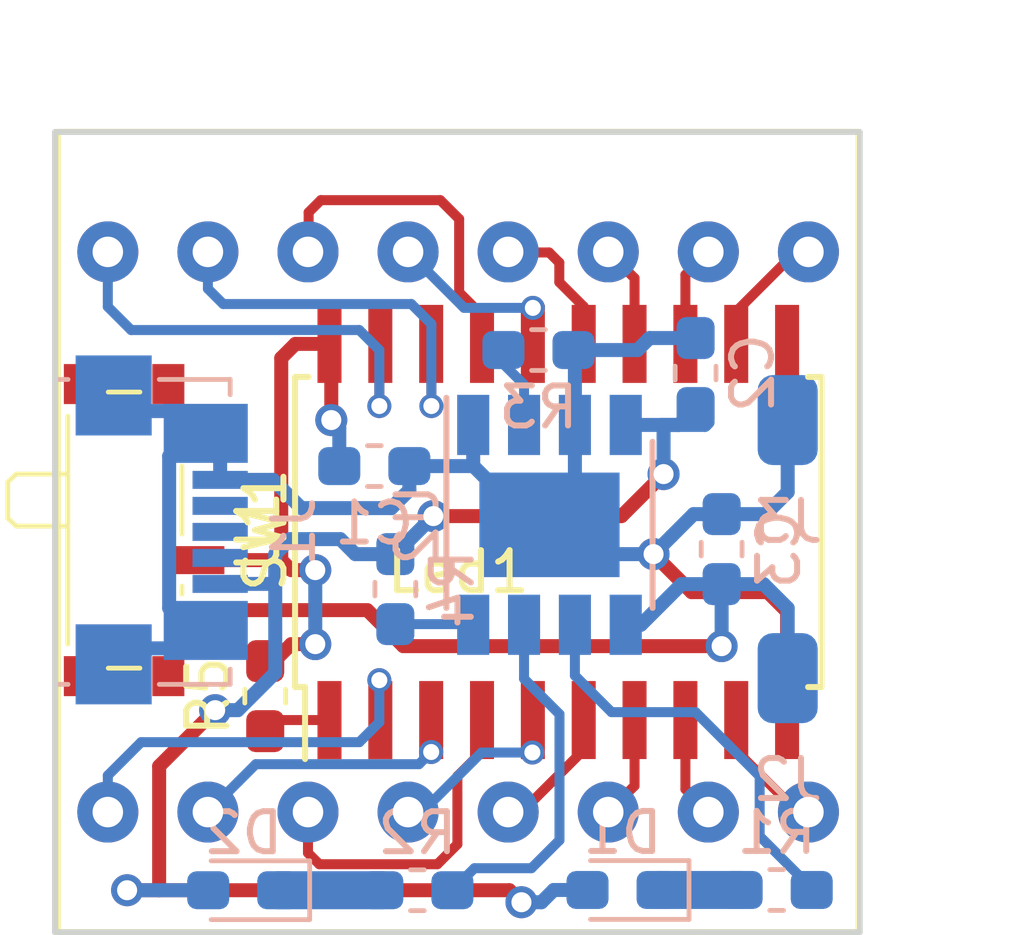
<source format=kicad_pcb>
(kicad_pcb (version 20171130) (host pcbnew 5.1.6-c6e7f7d~87~ubuntu19.10.1)

  (general
    (thickness 1.6)
    (drawings 10)
    (tracks 205)
    (zones 0)
    (modules 17)
    (nets 28)
  )

  (page User 152.4 127)
  (layers
    (0 F.Cu signal)
    (31 B.Cu signal)
    (32 B.Adhes user hide)
    (33 F.Adhes user hide)
    (34 B.Paste user hide)
    (35 F.Paste user hide)
    (36 B.SilkS user)
    (37 F.SilkS user hide)
    (38 B.Mask user)
    (39 F.Mask user)
    (40 Dwgs.User user)
    (41 Cmts.User user)
    (42 Eco1.User user hide)
    (43 Eco2.User user hide)
    (44 Edge.Cuts user)
    (45 Margin user hide)
    (46 B.CrtYd user hide)
    (47 F.CrtYd user hide)
    (48 B.Fab user hide)
    (49 F.Fab user hide)
  )

  (setup
    (last_trace_width 0.25)
    (trace_clearance 0.2)
    (zone_clearance 0.508)
    (zone_45_only no)
    (trace_min 0.2)
    (via_size 0.6)
    (via_drill 0.4)
    (via_min_size 0.4)
    (via_min_drill 0.3)
    (uvia_size 0.3)
    (uvia_drill 0.1)
    (uvias_allowed no)
    (uvia_min_size 0.2)
    (uvia_min_drill 0.1)
    (edge_width 0.15)
    (segment_width 0.2)
    (pcb_text_width 0.3)
    (pcb_text_size 1.5 1.5)
    (mod_edge_width 0.15)
    (mod_text_size 1 1)
    (mod_text_width 0.15)
    (pad_size 1.175 1.9)
    (pad_drill 0)
    (pad_to_mask_clearance 0.2)
    (aux_axis_origin 0 0)
    (grid_origin 90.7796 46.2534)
    (visible_elements FFF9FF1F)
    (pcbplotparams
      (layerselection 0x010f0_ffffffff)
      (usegerberextensions false)
      (usegerberattributes false)
      (usegerberadvancedattributes false)
      (creategerberjobfile false)
      (excludeedgelayer true)
      (linewidth 0.100000)
      (plotframeref false)
      (viasonmask false)
      (mode 1)
      (useauxorigin false)
      (hpglpennumber 1)
      (hpglpenspeed 20)
      (hpglpendiameter 15.000000)
      (psnegative false)
      (psa4output false)
      (plotreference true)
      (plotvalue true)
      (plotinvisibletext false)
      (padsonsilk false)
      (subtractmaskfromsilk false)
      (outputformat 1)
      (mirror false)
      (drillshape 0)
      (scaleselection 1)
      (outputdirectory "../gerbers_attiny2313a/"))
  )

  (net 0 "")
  (net 1 GND)
  (net 2 +5V)
  (net 3 +BATT)
  (net 4 PD0_Col1)
  (net 5 PD1_Row5)
  (net 6 PA1_Row3)
  (net 7 PA0_Col4)
  (net 8 PD2_Row8)
  (net 9 PD3_Col2)
  (net 10 PD4_Row2)
  (net 11 PD5_Row1)
  (net 12 PB0_Col5)
  (net 13 PB1_Col7)
  (net 14 PB2_Row7)
  (net 15 PB3_Row6)
  (net 16 PB4_Col8)
  (net 17 PB5_Row4)
  (net 18 PB6_Col6)
  (net 19 PB7_Col3)
  (net 20 Stdby)
  (net 21 Chrg)
  (net 22 "Net-(R3-Pad1)")
  (net 23 VCC)
  (net 24 "Net-(D1-Pad1)")
  (net 25 "Net-(D2-Pad1)")
  (net 26 "Net-(R5-Pad1)")
  (net 27 "Net-(R4-Pad1)")

  (net_class Default "This is the default net class."
    (clearance 0.2)
    (trace_width 0.25)
    (via_dia 0.6)
    (via_drill 0.4)
    (uvia_dia 0.3)
    (uvia_drill 0.1)
    (add_net Chrg)
    (add_net "Net-(D1-Pad1)")
    (add_net "Net-(D2-Pad1)")
    (add_net "Net-(R3-Pad1)")
    (add_net "Net-(R4-Pad1)")
    (add_net "Net-(R5-Pad1)")
    (add_net Stdby)
  )

  (net_class Pins ""
    (clearance 0.2)
    (trace_width 0.25)
    (via_dia 0.6)
    (via_drill 0.4)
    (uvia_dia 0.3)
    (uvia_drill 0.1)
    (add_net PA0_Col4)
    (add_net PA1_Row3)
    (add_net PB0_Col5)
    (add_net PB1_Col7)
    (add_net PB2_Row7)
    (add_net PB3_Row6)
    (add_net PB4_Col8)
    (add_net PB5_Row4)
    (add_net PB6_Col6)
    (add_net PB7_Col3)
    (add_net PD0_Col1)
    (add_net PD1_Row5)
    (add_net PD2_Row8)
    (add_net PD3_Col2)
    (add_net PD4_Row2)
    (add_net PD5_Row1)
  )

  (net_class Power ""
    (clearance 0.2)
    (trace_width 0.35)
    (via_dia 0.8)
    (via_drill 0.5)
    (uvia_dia 0.3)
    (uvia_drill 0.1)
    (add_net +5V)
    (add_net +BATT)
    (add_net GND)
    (add_net VCC)
  )

  (module Resistor_SMD:R_0603_1608Metric_Pad1.05x0.95mm_HandSolder (layer F.Cu) (tedit 5B301BBD) (tstamp 5B9894D2)
    (at 72.0296 50.1534 90)
    (descr "Resistor SMD 0603 (1608 Metric), square (rectangular) end terminal, IPC_7351 nominal with elongated pad for handsoldering. (Body size source: http://www.tortai-tech.com/upload/download/2011102023233369053.pdf), generated with kicad-footprint-generator")
    (tags "resistor handsolder")
    (path /5B8D5E03)
    (attr smd)
    (fp_text reference R5 (at 0 -1.43 90) (layer F.SilkS)
      (effects (font (size 1 1) (thickness 0.15)))
    )
    (fp_text value 1K (at 0 1.43 90) (layer F.Fab)
      (effects (font (size 1 1) (thickness 0.15)))
    )
    (fp_line (start 1.65 0.73) (end -1.65 0.73) (layer F.CrtYd) (width 0.05))
    (fp_line (start 1.65 -0.73) (end 1.65 0.73) (layer F.CrtYd) (width 0.05))
    (fp_line (start -1.65 -0.73) (end 1.65 -0.73) (layer F.CrtYd) (width 0.05))
    (fp_line (start -1.65 0.73) (end -1.65 -0.73) (layer F.CrtYd) (width 0.05))
    (fp_line (start -0.171267 0.51) (end 0.171267 0.51) (layer F.SilkS) (width 0.12))
    (fp_line (start -0.171267 -0.51) (end 0.171267 -0.51) (layer F.SilkS) (width 0.12))
    (fp_line (start 0.8 0.4) (end -0.8 0.4) (layer F.Fab) (width 0.1))
    (fp_line (start 0.8 -0.4) (end 0.8 0.4) (layer F.Fab) (width 0.1))
    (fp_line (start -0.8 -0.4) (end 0.8 -0.4) (layer F.Fab) (width 0.1))
    (fp_line (start -0.8 0.4) (end -0.8 -0.4) (layer F.Fab) (width 0.1))
    (fp_text user %R (at 0 0 90) (layer F.Fab)
      (effects (font (size 0.4 0.4) (thickness 0.06)))
    )
    (pad 2 smd roundrect (at 0.875 0 90) (size 1.05 0.95) (layers F.Cu F.Paste F.Mask) (roundrect_rratio 0.25)
      (net 23 VCC))
    (pad 1 smd roundrect (at -0.875 0 90) (size 1.05 0.95) (layers F.Cu F.Paste F.Mask) (roundrect_rratio 0.25)
      (net 26 "Net-(R5-Pad1)"))
    (model ${KISYS3DMOD}/Resistor_SMD.3dshapes/R_0603_1608Metric.wrl
      (at (xyz 0 0 0))
      (scale (xyz 1 1 1))
      (rotate (xyz 0 0 0))
    )
  )

  (module Connector_Wire:SolderWirePad_1x01_SMD_1x2mm (layer B.Cu) (tedit 5F9FFDBA) (tstamp 5FA0997F)
    (at 85.0796 43.2534)
    (descr "Wire Pad, Square, SMD Pad,  5mm x 10mm,")
    (tags "MesurementPoint Square SMDPad 5mmx10mm ")
    (path /5FA7FD3F)
    (attr virtual)
    (fp_text reference J3 (at 0 2.54 180) (layer B.SilkS)
      (effects (font (size 1 1) (thickness 0.15)) (justify mirror))
    )
    (fp_text value GND (at 0 -2.54 180) (layer B.Fab)
      (effects (font (size 1 1) (thickness 0.15)) (justify mirror))
    )
    (fp_line (start -0.63 -1.27) (end -0.63 1.27) (layer B.Fab) (width 0.1))
    (fp_line (start 0.63 -1.27) (end -0.63 -1.27) (layer B.Fab) (width 0.1))
    (fp_line (start 0.63 1.27) (end 0.63 -1.27) (layer B.Fab) (width 0.1))
    (fp_line (start -0.63 1.27) (end 0.63 1.27) (layer B.Fab) (width 0.1))
    (fp_line (start -0.63 1.27) (end -0.63 -1.27) (layer B.CrtYd) (width 0.05))
    (fp_line (start -0.63 -1.27) (end 0.63 -1.27) (layer B.CrtYd) (width 0.05))
    (fp_line (start 0.63 -1.27) (end 0.63 1.27) (layer B.CrtYd) (width 0.05))
    (fp_line (start 0.63 1.27) (end -0.63 1.27) (layer B.CrtYd) (width 0.05))
    (fp_text user %R (at 0 0 180) (layer B.Fab)
      (effects (font (size 1 1) (thickness 0.15)) (justify mirror))
    )
    (pad 1 smd roundrect (at 0 0) (size 1.5 2.25) (layers B.Cu B.Paste B.Mask) (roundrect_rratio 0.25)
      (net 1 GND))
  )

  (module Connector_Wire:SolderWirePad_1x01_SMD_1x2mm (layer B.Cu) (tedit 5F9FFDAB) (tstamp 5FA09975)
    (at 85.0796 49.7034)
    (descr "Wire Pad, Square, SMD Pad,  5mm x 10mm,")
    (tags "MesurementPoint Square SMDPad 5mmx10mm ")
    (path /5FA7F83C)
    (attr virtual)
    (fp_text reference J2 (at 0 2.54) (layer B.SilkS)
      (effects (font (size 1 1) (thickness 0.15)) (justify mirror))
    )
    (fp_text value VBAT (at 0 -2.54) (layer B.Fab)
      (effects (font (size 1 1) (thickness 0.15)) (justify mirror))
    )
    (fp_line (start -0.63 -1.27) (end -0.63 1.27) (layer B.Fab) (width 0.1))
    (fp_line (start 0.63 -1.27) (end -0.63 -1.27) (layer B.Fab) (width 0.1))
    (fp_line (start 0.63 1.27) (end 0.63 -1.27) (layer B.Fab) (width 0.1))
    (fp_line (start -0.63 1.27) (end 0.63 1.27) (layer B.Fab) (width 0.1))
    (fp_line (start -0.63 1.27) (end -0.63 -1.27) (layer B.CrtYd) (width 0.05))
    (fp_line (start -0.63 -1.27) (end 0.63 -1.27) (layer B.CrtYd) (width 0.05))
    (fp_line (start 0.63 -1.27) (end 0.63 1.27) (layer B.CrtYd) (width 0.05))
    (fp_line (start 0.63 1.27) (end -0.63 1.27) (layer B.CrtYd) (width 0.05))
    (fp_text user %R (at 0 0) (layer B.Fab)
      (effects (font (size 1 1) (thickness 0.15)) (justify mirror))
    )
    (pad 1 smd roundrect (at 0 0) (size 1.5 2.25) (layers B.Cu B.Paste B.Mask) (roundrect_rratio 0.25)
      (net 3 +BATT))
  )

  (module Capacitor_SMD:C_0603_1608Metric_Pad1.05x0.95mm_HandSolder (layer B.Cu) (tedit 5B301BBE) (tstamp 5FA01216)
    (at 82.7796 42.0784 90)
    (descr "Capacitor SMD 0603 (1608 Metric), square (rectangular) end terminal, IPC_7351 nominal with elongated pad for handsoldering. (Body size source: http://www.tortai-tech.com/upload/download/2011102023233369053.pdf), generated with kicad-footprint-generator")
    (tags "capacitor handsolder")
    (path /5FA1249D)
    (attr smd)
    (fp_text reference C2 (at 0 1.43 270) (layer B.SilkS)
      (effects (font (size 1 1) (thickness 0.15)) (justify mirror))
    )
    (fp_text value 10uF (at 0 -1.43 270) (layer B.Fab)
      (effects (font (size 1 1) (thickness 0.15)) (justify mirror))
    )
    (fp_line (start 1.65 -0.73) (end -1.65 -0.73) (layer B.CrtYd) (width 0.05))
    (fp_line (start 1.65 0.73) (end 1.65 -0.73) (layer B.CrtYd) (width 0.05))
    (fp_line (start -1.65 0.73) (end 1.65 0.73) (layer B.CrtYd) (width 0.05))
    (fp_line (start -1.65 -0.73) (end -1.65 0.73) (layer B.CrtYd) (width 0.05))
    (fp_line (start -0.171267 -0.51) (end 0.171267 -0.51) (layer B.SilkS) (width 0.12))
    (fp_line (start -0.171267 0.51) (end 0.171267 0.51) (layer B.SilkS) (width 0.12))
    (fp_line (start 0.8 -0.4) (end -0.8 -0.4) (layer B.Fab) (width 0.1))
    (fp_line (start 0.8 0.4) (end 0.8 -0.4) (layer B.Fab) (width 0.1))
    (fp_line (start -0.8 0.4) (end 0.8 0.4) (layer B.Fab) (width 0.1))
    (fp_line (start -0.8 -0.4) (end -0.8 0.4) (layer B.Fab) (width 0.1))
    (fp_text user %R (at 0 0 270) (layer B.Fab)
      (effects (font (size 0.4 0.4) (thickness 0.06)) (justify mirror))
    )
    (pad 2 smd roundrect (at 0.875 0 90) (size 1.05 0.95) (layers B.Cu B.Paste B.Mask) (roundrect_rratio 0.25)
      (net 1 GND))
    (pad 1 smd roundrect (at -0.875 0 90) (size 1.05 0.95) (layers B.Cu B.Paste B.Mask) (roundrect_rratio 0.25)
      (net 2 +5V))
    (model ${KISYS3DMOD}/Capacitor_SMD.3dshapes/C_0603_1608Metric.wrl
      (at (xyz 0 0 0))
      (scale (xyz 1 1 1))
      (rotate (xyz 0 0 0))
    )
  )

  (module Package_SO:Diodes_SO-8EP (layer B.Cu) (tedit 5B8826E6) (tstamp 5B98818C)
    (at 79.1296 45.8724 270)
    (descr "8-Lead Plastic SO, Exposed Die Pad (see https://www.diodes.com/assets/Package-Files/SO-8EP.pdf)")
    (tags "SO exposed pad")
    (path /59CFFF5D)
    (attr smd)
    (fp_text reference U2 (at 0 3.3 90) (layer B.SilkS)
      (effects (font (size 1 1) (thickness 0.15)) (justify mirror))
    )
    (fp_text value TP4056 (at 0 -3.4 90) (layer B.Fab)
      (effects (font (size 1 1) (thickness 0.15)) (justify mirror))
    )
    (fp_line (start -2.075 -2.575) (end 2.075 -2.575) (layer B.SilkS) (width 0.15))
    (fp_line (start -3.175 2.575) (end 2.075 2.575) (layer B.SilkS) (width 0.15))
    (fp_line (start -3.5 -2.55) (end 3.5 -2.55) (layer B.CrtYd) (width 0.05))
    (fp_line (start -3.5 2.55) (end 3.5 2.55) (layer B.CrtYd) (width 0.05))
    (fp_line (start 3.5 2.55) (end 3.5 -2.55) (layer B.CrtYd) (width 0.05))
    (fp_line (start -3.5 2.55) (end -3.5 -2.55) (layer B.CrtYd) (width 0.05))
    (fp_line (start -1.95 1.45) (end -0.95 2.45) (layer B.Fab) (width 0.15))
    (fp_line (start -1.95 -2.45) (end -1.95 1.45) (layer B.Fab) (width 0.15))
    (fp_line (start 1.95 -2.45) (end -1.95 -2.45) (layer B.Fab) (width 0.15))
    (fp_line (start 1.95 2.45) (end 1.95 -2.45) (layer B.Fab) (width 0.15))
    (fp_line (start -0.95 2.45) (end 1.95 2.45) (layer B.Fab) (width 0.15))
    (fp_text user %R (at 0 0 90) (layer B.Fab)
      (effects (font (size 1 1) (thickness 0.15)) (justify mirror))
    )
    (pad 9 smd rect (at 0 0 270) (size 2.613 3.502) (layers B.Cu B.Paste B.Mask)
      (net 1 GND) (solder_paste_margin_ratio -0.2))
    (pad 8 smd rect (at 2.4975 1.905 270) (size 1.505 0.802) (layers B.Cu B.Paste B.Mask)
      (net 27 "Net-(R4-Pad1)"))
    (pad 7 smd rect (at 2.4975 0.635 270) (size 1.505 0.802) (layers B.Cu B.Paste B.Mask)
      (net 21 Chrg))
    (pad 6 smd rect (at 2.4975 -0.635 270) (size 1.505 0.802) (layers B.Cu B.Paste B.Mask)
      (net 20 Stdby))
    (pad 5 smd rect (at 2.4975 -1.905 270) (size 1.505 0.802) (layers B.Cu B.Paste B.Mask)
      (net 3 +BATT))
    (pad 4 smd rect (at -2.4975 -1.905 270) (size 1.505 0.802) (layers B.Cu B.Paste B.Mask)
      (net 2 +5V))
    (pad 3 smd rect (at -2.4975 -0.635 270) (size 1.505 0.802) (layers B.Cu B.Paste B.Mask)
      (net 1 GND))
    (pad 2 smd rect (at -2.4975 0.635 270) (size 1.505 0.802) (layers B.Cu B.Paste B.Mask)
      (net 22 "Net-(R3-Pad1)"))
    (pad 1 smd rect (at -2.4975 1.905 270) (size 1.505 0.802) (layers B.Cu B.Paste B.Mask)
      (net 1 GND))
    (model ${KISYS3DMOD}/Package_SO.3dshapes/Diodes_SO-8EP.wrl
      (at (xyz 0 0 0))
      (scale (xyz 1 1 1))
      (rotate (xyz 0 0 0))
    )
  )

  (module led_matrix:ASR788 locked (layer F.Cu) (tedit 5978C208) (tstamp 59CB837A)
    (at 76.8477 46.0502)
    (path /5B11DEBA)
    (fp_text reference Led1 (at 0 1) (layer F.SilkS)
      (effects (font (size 1 1) (thickness 0.15)))
    )
    (fp_text value 788ASR_A (at 0 -0.9) (layer F.Fab)
      (effects (font (size 1 1) (thickness 0.15)))
    )
    (fp_circle (center 4.3 -3.2) (end 5.1 -3.2) (layer Dwgs.User) (width 0.1))
    (fp_line (start 6 10) (end -10 10) (layer F.SilkS) (width 0.15))
    (fp_line (start -10 10) (end -10 -10) (layer F.SilkS) (width 0.15))
    (fp_line (start -10 -10) (end 10 -10) (layer F.SilkS) (width 0.15))
    (fp_line (start 10 -10) (end 10 10) (layer F.SilkS) (width 0.15))
    (fp_line (start 10 10) (end 6 10) (layer F.SilkS) (width 0.15))
    (pad 1 thru_hole circle (at -8.75 7) (size 1.524 1.524) (drill 0.762) (layers *.Cu *.Mask)
      (net 4 PD0_Col1))
    (pad 2 thru_hole circle (at -6.25 7) (size 1.524 1.524) (drill 0.762) (layers *.Cu *.Mask)
      (net 5 PD1_Row5))
    (pad 3 thru_hole circle (at -3.75 7) (size 1.524 1.524) (drill 0.762) (layers *.Cu *.Mask)
      (net 6 PA1_Row3))
    (pad 4 thru_hole circle (at -1.25 7) (size 1.524 1.524) (drill 0.762) (layers *.Cu *.Mask)
      (net 7 PA0_Col4))
    (pad 5 thru_hole circle (at 1.25 7) (size 1.524 1.524) (drill 0.762) (layers *.Cu *.Mask)
      (net 8 PD2_Row8))
    (pad 6 thru_hole circle (at 3.75 7) (size 1.524 1.524) (drill 0.762) (layers *.Cu *.Mask)
      (net 9 PD3_Col2))
    (pad 7 thru_hole circle (at 6.25 7) (size 1.524 1.524) (drill 0.762) (layers *.Cu *.Mask)
      (net 10 PD4_Row2))
    (pad 8 thru_hole circle (at 8.75 7) (size 1.524 1.524) (drill 0.762) (layers *.Cu *.Mask)
      (net 11 PD5_Row1))
    (pad 9 thru_hole circle (at 8.75 -7) (size 1.524 1.524) (drill 0.762) (layers *.Cu *.Mask)
      (net 12 PB0_Col5))
    (pad 10 thru_hole circle (at 6.25 -7) (size 1.524 1.524) (drill 0.762) (layers *.Cu *.Mask)
      (net 13 PB1_Col7))
    (pad 11 thru_hole circle (at 3.75 -7) (size 1.524 1.524) (drill 0.762) (layers *.Cu *.Mask)
      (net 14 PB2_Row7))
    (pad 12 thru_hole circle (at 1.25 -7) (size 1.524 1.524) (drill 0.762) (layers *.Cu *.Mask)
      (net 15 PB3_Row6))
    (pad 13 thru_hole circle (at -1.25 -7) (size 1.524 1.524) (drill 0.762) (layers *.Cu *.Mask)
      (net 16 PB4_Col8))
    (pad 14 thru_hole circle (at -3.75 -7) (size 1.524 1.524) (drill 0.762) (layers *.Cu *.Mask)
      (net 17 PB5_Row4))
    (pad 15 thru_hole circle (at -6.25 -7) (size 1.524 1.524) (drill 0.762) (layers *.Cu *.Mask)
      (net 18 PB6_Col6))
    (pad 16 thru_hole circle (at -8.75 -7) (size 1.524 1.524) (drill 0.762) (layers *.Cu *.Mask)
      (net 19 PB7_Col3))
  )

  (module Buttons_Switches_SMD:SW_SPDT_PCM12 (layer F.Cu) (tedit 5FA03A3A) (tstamp 59D02ACA)
    (at 68.8296 46.0034 270)
    (descr "Ultraminiature Surface Mount Slide Switch")
    (path /59CF74A3)
    (attr smd)
    (fp_text reference SW1 (at 0 -3.2 270) (layer F.SilkS)
      (effects (font (size 1 1) (thickness 0.15)))
    )
    (fp_text value SW_SPDT (at 0 4.25 270) (layer F.Fab)
      (effects (font (size 1 1) (thickness 0.15)))
    )
    (fp_line (start -1.4 1.65) (end -1.4 2.95) (layer F.Fab) (width 0.1))
    (fp_line (start -1.4 2.95) (end -1.2 3.15) (layer F.Fab) (width 0.1))
    (fp_line (start -1.2 3.15) (end -0.35 3.15) (layer F.Fab) (width 0.1))
    (fp_line (start -0.35 3.15) (end -0.15 2.95) (layer F.Fab) (width 0.1))
    (fp_line (start -0.15 2.95) (end -0.1 2.9) (layer F.Fab) (width 0.1))
    (fp_line (start -0.1 2.9) (end -0.1 1.6) (layer F.Fab) (width 0.1))
    (fp_line (start -3.35 -1) (end -3.35 1.6) (layer F.Fab) (width 0.1))
    (fp_line (start -3.35 1.6) (end 3.35 1.6) (layer F.Fab) (width 0.1))
    (fp_line (start 3.35 1.6) (end 3.35 -1) (layer F.Fab) (width 0.1))
    (fp_line (start 3.35 -1) (end -3.35 -1) (layer F.Fab) (width 0.1))
    (fp_line (start 1.4 -1.12) (end 1.6 -1.12) (layer F.SilkS) (width 0.12))
    (fp_line (start -4.4 -2.45) (end 4.4 -2.45) (layer F.CrtYd) (width 0.05))
    (fp_line (start 4.4 -2.45) (end 4.4 2.1) (layer F.CrtYd) (width 0.05))
    (fp_line (start 4.4 2.1) (end 1.65 2.1) (layer F.CrtYd) (width 0.05))
    (fp_line (start 1.65 2.1) (end 1.65 3.4) (layer F.CrtYd) (width 0.05))
    (fp_line (start 1.65 3.4) (end -1.65 3.4) (layer F.CrtYd) (width 0.05))
    (fp_line (start -1.65 3.4) (end -1.65 2.1) (layer F.CrtYd) (width 0.05))
    (fp_line (start -1.65 2.1) (end -4.4 2.1) (layer F.CrtYd) (width 0.05))
    (fp_line (start -4.4 2.1) (end -4.4 -2.45) (layer F.CrtYd) (width 0.05))
    (fp_line (start -1.4 3.02) (end -1.2 3.23) (layer F.SilkS) (width 0.12))
    (fp_line (start -0.1 3.02) (end -0.3 3.23) (layer F.SilkS) (width 0.12))
    (fp_line (start -1.4 1.73) (end -1.4 3.02) (layer F.SilkS) (width 0.12))
    (fp_line (start -1.2 3.23) (end -0.3 3.23) (layer F.SilkS) (width 0.12))
    (fp_line (start -0.1 3.02) (end -0.1 1.73) (layer F.SilkS) (width 0.12))
    (fp_line (start -2.85 1.73) (end 2.85 1.73) (layer F.SilkS) (width 0.12))
    (fp_line (start -1.6 -1.12) (end 0.1 -1.12) (layer F.SilkS) (width 0.12))
    (fp_line (start -3.45 -0.07) (end -3.45 0.72) (layer F.SilkS) (width 0.12))
    (fp_line (start 3.45 0.72) (end 3.45 -0.07) (layer F.SilkS) (width 0.12))
    (fp_text user %R (at 0 -3.2 270) (layer F.Fab)
      (effects (font (size 1 1) (thickness 0.15)))
    )
    (pad "" np_thru_hole circle (at -1.5 0.33 270) (size 0.9 0.9) (drill 0.9) (layers *.Cu *.Mask))
    (pad "" np_thru_hole circle (at 1.5 0.33 270) (size 0.9 0.9) (drill 0.9) (layers *.Cu *.Mask))
    (pad 1 smd rect (at -2.25 -1.43 270) (size 0.7 1.5) (layers F.Cu F.Paste F.Mask))
    (pad 2 smd rect (at 0.75 -1.43 270) (size 0.7 1.5) (layers F.Cu F.Paste F.Mask)
      (net 23 VCC))
    (pad 3 smd rect (at 2.25 -1.43 270) (size 0.7 1.5) (layers F.Cu F.Paste F.Mask)
      (net 3 +BATT))
    (pad "" smd rect (at -3.65 1.43 270) (size 1 0.8) (layers F.Cu F.Paste F.Mask))
    (pad "" smd rect (at 3.65 1.43 270) (size 1 0.8) (layers F.Cu F.Paste F.Mask))
    (pad "" smd rect (at 3.65 -0.78 270) (size 1 0.8) (layers F.Cu F.Paste F.Mask))
    (pad "" smd rect (at -3.65 -0.78 270) (size 1 0.8) (layers F.Cu F.Paste F.Mask))
    (model ${KISYS3DMOD}/Buttons_Switches_SMD.3dshapes/SW_SPDT_PCM12.wrl
      (at (xyz 0 0 0))
      (scale (xyz 1 1 1))
      (rotate (xyz 0 0 0))
    )
  )

  (module Capacitor_SMD:C_0603_1608Metric_Pad1.05x0.95mm_HandSolder (layer B.Cu) (tedit 5B301BBE) (tstamp 5B9880B8)
    (at 74.7546 44.4034)
    (descr "Capacitor SMD 0603 (1608 Metric), square (rectangular) end terminal, IPC_7351 nominal with elongated pad for handsoldering. (Body size source: http://www.tortai-tech.com/upload/download/2011102023233369053.pdf), generated with kicad-footprint-generator")
    (tags "capacitor handsolder")
    (path /5B12D3A2)
    (attr smd)
    (fp_text reference C1 (at 0 1.43) (layer B.SilkS)
      (effects (font (size 1 1) (thickness 0.15)) (justify mirror))
    )
    (fp_text value 10uF (at 0 -1.43) (layer B.Fab)
      (effects (font (size 1 1) (thickness 0.15)) (justify mirror))
    )
    (fp_line (start -0.8 -0.4) (end -0.8 0.4) (layer B.Fab) (width 0.1))
    (fp_line (start -0.8 0.4) (end 0.8 0.4) (layer B.Fab) (width 0.1))
    (fp_line (start 0.8 0.4) (end 0.8 -0.4) (layer B.Fab) (width 0.1))
    (fp_line (start 0.8 -0.4) (end -0.8 -0.4) (layer B.Fab) (width 0.1))
    (fp_line (start -0.171267 0.51) (end 0.171267 0.51) (layer B.SilkS) (width 0.12))
    (fp_line (start -0.171267 -0.51) (end 0.171267 -0.51) (layer B.SilkS) (width 0.12))
    (fp_line (start -1.65 -0.73) (end -1.65 0.73) (layer B.CrtYd) (width 0.05))
    (fp_line (start -1.65 0.73) (end 1.65 0.73) (layer B.CrtYd) (width 0.05))
    (fp_line (start 1.65 0.73) (end 1.65 -0.73) (layer B.CrtYd) (width 0.05))
    (fp_line (start 1.65 -0.73) (end -1.65 -0.73) (layer B.CrtYd) (width 0.05))
    (fp_text user %R (at 0 0) (layer B.Fab)
      (effects (font (size 0.4 0.4) (thickness 0.06)) (justify mirror))
    )
    (pad 1 smd roundrect (at -0.875 0) (size 1.05 0.95) (layers B.Cu B.Paste B.Mask) (roundrect_rratio 0.25)
      (net 23 VCC))
    (pad 2 smd roundrect (at 0.875 0) (size 1.05 0.95) (layers B.Cu B.Paste B.Mask) (roundrect_rratio 0.25)
      (net 1 GND))
    (model ${KISYS3DMOD}/Capacitor_SMD.3dshapes/C_0603_1608Metric.wrl
      (at (xyz 0 0 0))
      (scale (xyz 1 1 1))
      (rotate (xyz 0 0 0))
    )
  )

  (module Capacitor_SMD:C_0603_1608Metric_Pad1.05x0.95mm_HandSolder (layer B.Cu) (tedit 5B301BBE) (tstamp 5B9880C9)
    (at 83.4296 46.4784 90)
    (descr "Capacitor SMD 0603 (1608 Metric), square (rectangular) end terminal, IPC_7351 nominal with elongated pad for handsoldering. (Body size source: http://www.tortai-tech.com/upload/download/2011102023233369053.pdf), generated with kicad-footprint-generator")
    (tags "capacitor handsolder")
    (path /5B12D3FA)
    (attr smd)
    (fp_text reference C3 (at 0 1.43 -90) (layer B.SilkS)
      (effects (font (size 1 1) (thickness 0.15)) (justify mirror))
    )
    (fp_text value 10uF (at 0 -1.43 -90) (layer B.Fab)
      (effects (font (size 1 1) (thickness 0.15)) (justify mirror))
    )
    (fp_line (start 1.65 -0.73) (end -1.65 -0.73) (layer B.CrtYd) (width 0.05))
    (fp_line (start 1.65 0.73) (end 1.65 -0.73) (layer B.CrtYd) (width 0.05))
    (fp_line (start -1.65 0.73) (end 1.65 0.73) (layer B.CrtYd) (width 0.05))
    (fp_line (start -1.65 -0.73) (end -1.65 0.73) (layer B.CrtYd) (width 0.05))
    (fp_line (start -0.171267 -0.51) (end 0.171267 -0.51) (layer B.SilkS) (width 0.12))
    (fp_line (start -0.171267 0.51) (end 0.171267 0.51) (layer B.SilkS) (width 0.12))
    (fp_line (start 0.8 -0.4) (end -0.8 -0.4) (layer B.Fab) (width 0.1))
    (fp_line (start 0.8 0.4) (end 0.8 -0.4) (layer B.Fab) (width 0.1))
    (fp_line (start -0.8 0.4) (end 0.8 0.4) (layer B.Fab) (width 0.1))
    (fp_line (start -0.8 -0.4) (end -0.8 0.4) (layer B.Fab) (width 0.1))
    (fp_text user %R (at 0 0 -90) (layer B.Fab)
      (effects (font (size 0.4 0.4) (thickness 0.06)) (justify mirror))
    )
    (pad 2 smd roundrect (at 0.875 0 90) (size 1.05 0.95) (layers B.Cu B.Paste B.Mask) (roundrect_rratio 0.25)
      (net 1 GND))
    (pad 1 smd roundrect (at -0.875 0 90) (size 1.05 0.95) (layers B.Cu B.Paste B.Mask) (roundrect_rratio 0.25)
      (net 3 +BATT))
    (model ${KISYS3DMOD}/Capacitor_SMD.3dshapes/C_0603_1608Metric.wrl
      (at (xyz 0 0 0))
      (scale (xyz 1 1 1))
      (rotate (xyz 0 0 0))
    )
  )

  (module LED_SMD:LED_0603_1608Metric_Pad1.05x0.95mm_HandSolder (layer B.Cu) (tedit 5B4B45C9) (tstamp 5B9880DC)
    (at 80.9546 54.9974 180)
    (descr "LED SMD 0603 (1608 Metric), square (rectangular) end terminal, IPC_7351 nominal, (Body size source: http://www.tortai-tech.com/upload/download/2011102023233369053.pdf), generated with kicad-footprint-generator")
    (tags "LED handsolder")
    (path /5B12B788)
    (attr smd)
    (fp_text reference D1 (at 0 1.43 180) (layer B.SilkS)
      (effects (font (size 1 1) (thickness 0.15)) (justify mirror))
    )
    (fp_text value Green (at 0 -1.43 180) (layer B.Fab)
      (effects (font (size 1 1) (thickness 0.15)) (justify mirror))
    )
    (fp_line (start 0.8 0.4) (end -0.5 0.4) (layer B.Fab) (width 0.1))
    (fp_line (start -0.5 0.4) (end -0.8 0.1) (layer B.Fab) (width 0.1))
    (fp_line (start -0.8 0.1) (end -0.8 -0.4) (layer B.Fab) (width 0.1))
    (fp_line (start -0.8 -0.4) (end 0.8 -0.4) (layer B.Fab) (width 0.1))
    (fp_line (start 0.8 -0.4) (end 0.8 0.4) (layer B.Fab) (width 0.1))
    (fp_line (start 0.8 0.735) (end -1.66 0.735) (layer B.SilkS) (width 0.12))
    (fp_line (start -1.66 0.735) (end -1.66 -0.735) (layer B.SilkS) (width 0.12))
    (fp_line (start -1.66 -0.735) (end 0.8 -0.735) (layer B.SilkS) (width 0.12))
    (fp_line (start -1.65 -0.73) (end -1.65 0.73) (layer B.CrtYd) (width 0.05))
    (fp_line (start -1.65 0.73) (end 1.65 0.73) (layer B.CrtYd) (width 0.05))
    (fp_line (start 1.65 0.73) (end 1.65 -0.73) (layer B.CrtYd) (width 0.05))
    (fp_line (start 1.65 -0.73) (end -1.65 -0.73) (layer B.CrtYd) (width 0.05))
    (fp_text user %R (at 0 0 180) (layer B.Fab)
      (effects (font (size 0.4 0.4) (thickness 0.06)) (justify mirror))
    )
    (pad 1 smd roundrect (at -0.875 0 180) (size 1.05 0.95) (layers B.Cu B.Paste B.Mask) (roundrect_rratio 0.25)
      (net 24 "Net-(D1-Pad1)"))
    (pad 2 smd roundrect (at 0.875 0 180) (size 1.05 0.95) (layers B.Cu B.Paste B.Mask) (roundrect_rratio 0.25)
      (net 2 +5V))
    (model ${KISYS3DMOD}/LED_SMD.3dshapes/LED_0603_1608Metric.wrl
      (at (xyz 0 0 0))
      (scale (xyz 1 1 1))
      (rotate (xyz 0 0 0))
    )
  )

  (module LED_SMD:LED_0603_1608Metric_Pad1.05x0.95mm_HandSolder (layer B.Cu) (tedit 5B4B45C9) (tstamp 5B9880EF)
    (at 71.4796 55.0034 180)
    (descr "LED SMD 0603 (1608 Metric), square (rectangular) end terminal, IPC_7351 nominal, (Body size source: http://www.tortai-tech.com/upload/download/2011102023233369053.pdf), generated with kicad-footprint-generator")
    (tags "LED handsolder")
    (path /5B12B82A)
    (attr smd)
    (fp_text reference D2 (at 0 1.43) (layer B.SilkS)
      (effects (font (size 1 1) (thickness 0.15)) (justify mirror))
    )
    (fp_text value Red (at 0 -1.43) (layer B.Fab)
      (effects (font (size 1 1) (thickness 0.15)) (justify mirror))
    )
    (fp_line (start 1.65 -0.73) (end -1.65 -0.73) (layer B.CrtYd) (width 0.05))
    (fp_line (start 1.65 0.73) (end 1.65 -0.73) (layer B.CrtYd) (width 0.05))
    (fp_line (start -1.65 0.73) (end 1.65 0.73) (layer B.CrtYd) (width 0.05))
    (fp_line (start -1.65 -0.73) (end -1.65 0.73) (layer B.CrtYd) (width 0.05))
    (fp_line (start -1.66 -0.735) (end 0.8 -0.735) (layer B.SilkS) (width 0.12))
    (fp_line (start -1.66 0.735) (end -1.66 -0.735) (layer B.SilkS) (width 0.12))
    (fp_line (start 0.8 0.735) (end -1.66 0.735) (layer B.SilkS) (width 0.12))
    (fp_line (start 0.8 -0.4) (end 0.8 0.4) (layer B.Fab) (width 0.1))
    (fp_line (start -0.8 -0.4) (end 0.8 -0.4) (layer B.Fab) (width 0.1))
    (fp_line (start -0.8 0.1) (end -0.8 -0.4) (layer B.Fab) (width 0.1))
    (fp_line (start -0.5 0.4) (end -0.8 0.1) (layer B.Fab) (width 0.1))
    (fp_line (start 0.8 0.4) (end -0.5 0.4) (layer B.Fab) (width 0.1))
    (fp_text user %R (at 0 0) (layer B.Fab)
      (effects (font (size 0.4 0.4) (thickness 0.06)) (justify mirror))
    )
    (pad 2 smd roundrect (at 0.875 0 180) (size 1.05 0.95) (layers B.Cu B.Paste B.Mask) (roundrect_rratio 0.25)
      (net 2 +5V))
    (pad 1 smd roundrect (at -0.875 0 180) (size 1.05 0.95) (layers B.Cu B.Paste B.Mask) (roundrect_rratio 0.25)
      (net 25 "Net-(D2-Pad1)"))
    (model ${KISYS3DMOD}/LED_SMD.3dshapes/LED_0603_1608Metric.wrl
      (at (xyz 0 0 0))
      (scale (xyz 1 1 1))
      (rotate (xyz 0 0 0))
    )
  )

  (module Connector_USB:USB_Micro-B_Molex_47346-0001 (layer B.Cu) (tedit 5FA03C02) (tstamp 5FA0F22A)
    (at 69.4436 46.0484 90)
    (descr "Micro USB B receptable with flange, bottom-mount, SMD, right-angle (http://www.molex.com/pdm_docs/sd/473460001_sd.pdf)")
    (tags "Micro B USB SMD")
    (path /59CF6792)
    (attr smd)
    (fp_text reference J1 (at 0 3.3 -90) (layer B.SilkS)
      (effects (font (size 1 1) (thickness 0.15)) (justify mirror))
    )
    (fp_text value USB (at 0 -4.6 -90) (layer B.Fab)
      (effects (font (size 1 1) (thickness 0.15)) (justify mirror))
    )
    (fp_line (start 3.81 1.71) (end 3.43 1.71) (layer B.SilkS) (width 0.12))
    (fp_line (start 4.6 -3.9) (end -4.6 -3.9) (layer B.CrtYd) (width 0.05))
    (fp_line (start 4.6 2.7) (end 4.6 -3.9) (layer B.CrtYd) (width 0.05))
    (fp_line (start -4.6 2.7) (end 4.6 2.7) (layer B.CrtYd) (width 0.05))
    (fp_line (start -4.6 -3.9) (end -4.6 2.7) (layer B.CrtYd) (width 0.05))
    (fp_line (start 3.75 -3.35) (end -3.75 -3.35) (layer B.Fab) (width 0.1))
    (fp_line (start 3.75 1.65) (end 3.75 -3.35) (layer B.Fab) (width 0.1))
    (fp_line (start -3.75 1.65) (end 3.75 1.65) (layer B.Fab) (width 0.1))
    (fp_line (start -3.75 -3.35) (end -3.75 1.65) (layer B.Fab) (width 0.1))
    (fp_line (start 3.81 -2.34) (end 3.81 -2.6) (layer B.SilkS) (width 0.12))
    (fp_line (start 3.81 1.71) (end 3.81 -0.06) (layer B.SilkS) (width 0.12))
    (fp_line (start -3.81 1.71) (end -3.43 1.71) (layer B.SilkS) (width 0.12))
    (fp_line (start -3.81 -0.06) (end -3.81 1.71) (layer B.SilkS) (width 0.12))
    (fp_line (start -3.81 -2.6) (end -3.81 -2.34) (layer B.SilkS) (width 0.12))
    (fp_line (start -3.25 -2.65) (end 3.25 -2.65) (layer B.Fab) (width 0.1))
    (fp_text user "PCB Edge" (at 0 -2.414 -90) (layer Dwgs.User)
      (effects (font (size 0.4 0.4) (thickness 0.04)))
    )
    (fp_text user %R (at 0 -1.2 90) (layer B.Fab)
      (effects (font (size 1 1) (thickness 0.15)) (justify mirror))
    )
    (pad 1 smd rect (at -1.3 1.46 90) (size 0.45 1.38) (layers B.Cu B.Paste B.Mask)
      (net 2 +5V))
    (pad 2 smd rect (at -0.65 1.46 90) (size 0.45 1.38) (layers B.Cu B.Paste B.Mask))
    (pad 3 smd rect (at 0 1.46 90) (size 0.45 1.38) (layers B.Cu B.Paste B.Mask))
    (pad 4 smd rect (at 0.65 1.46 90) (size 0.45 1.38) (layers B.Cu B.Paste B.Mask))
    (pad 5 smd rect (at 1.3 1.46 90) (size 0.45 1.38) (layers B.Cu B.Paste B.Mask)
      (net 1 GND))
    (pad 6 smd rect (at -2.4625 1.1 90) (size 1.475 2.1) (layers B.Cu B.Paste B.Mask)
      (net 1 GND))
    (pad 6 smd rect (at 2.4625 1.1 90) (size 1.475 2.1) (layers B.Cu B.Paste B.Mask)
      (net 1 GND))
    (pad 6 smd rect (at -3.31 -1.2 90) (size 2 1.9) (layers B.Cu B.Paste B.Mask)
      (net 1 GND))
    (pad 6 smd rect (at 3.41 -1.2 90) (size 2 1.9) (layers B.Cu B.Paste B.Mask)
      (net 1 GND))
    (pad 6 smd rect (at -0.84 -1.2 90) (size 1.175 1.9) (layers Eco1.User))
    (pad 6 smd rect (at 0.84 -1.2 90) (size 1.175 1.9) (layers Eco1.User))
    (model ${KISYS3DMOD}/Connector_USB.3dshapes/USB_Micro-B_Molex_47346-0001.wrl
      (at (xyz 0 0 0))
      (scale (xyz 1 1 1))
      (rotate (xyz 0 0 0))
    )
  )

  (module Resistor_SMD:R_0603_1608Metric_Pad1.05x0.95mm_HandSolder (layer B.Cu) (tedit 5B301BBD) (tstamp 5B98811F)
    (at 84.8046 54.9974 180)
    (descr "Resistor SMD 0603 (1608 Metric), square (rectangular) end terminal, IPC_7351 nominal with elongated pad for handsoldering. (Body size source: http://www.tortai-tech.com/upload/download/2011102023233369053.pdf), generated with kicad-footprint-generator")
    (tags "resistor handsolder")
    (path /5B12B3CC)
    (attr smd)
    (fp_text reference R1 (at 0 1.43 180) (layer B.SilkS)
      (effects (font (size 1 1) (thickness 0.15)) (justify mirror))
    )
    (fp_text value 1K (at 0 -1.43 180) (layer B.Fab)
      (effects (font (size 1 1) (thickness 0.15)) (justify mirror))
    )
    (fp_line (start 1.65 -0.73) (end -1.65 -0.73) (layer B.CrtYd) (width 0.05))
    (fp_line (start 1.65 0.73) (end 1.65 -0.73) (layer B.CrtYd) (width 0.05))
    (fp_line (start -1.65 0.73) (end 1.65 0.73) (layer B.CrtYd) (width 0.05))
    (fp_line (start -1.65 -0.73) (end -1.65 0.73) (layer B.CrtYd) (width 0.05))
    (fp_line (start -0.171267 -0.51) (end 0.171267 -0.51) (layer B.SilkS) (width 0.12))
    (fp_line (start -0.171267 0.51) (end 0.171267 0.51) (layer B.SilkS) (width 0.12))
    (fp_line (start 0.8 -0.4) (end -0.8 -0.4) (layer B.Fab) (width 0.1))
    (fp_line (start 0.8 0.4) (end 0.8 -0.4) (layer B.Fab) (width 0.1))
    (fp_line (start -0.8 0.4) (end 0.8 0.4) (layer B.Fab) (width 0.1))
    (fp_line (start -0.8 -0.4) (end -0.8 0.4) (layer B.Fab) (width 0.1))
    (fp_text user %R (at 0 0 180) (layer B.Fab)
      (effects (font (size 0.4 0.4) (thickness 0.06)) (justify mirror))
    )
    (pad 2 smd roundrect (at 0.875 0 180) (size 1.05 0.95) (layers B.Cu B.Paste B.Mask) (roundrect_rratio 0.25)
      (net 24 "Net-(D1-Pad1)"))
    (pad 1 smd roundrect (at -0.875 0 180) (size 1.05 0.95) (layers B.Cu B.Paste B.Mask) (roundrect_rratio 0.25)
      (net 20 Stdby))
    (model ${KISYS3DMOD}/Resistor_SMD.3dshapes/R_0603_1608Metric.wrl
      (at (xyz 0 0 0))
      (scale (xyz 1 1 1))
      (rotate (xyz 0 0 0))
    )
  )

  (module Resistor_SMD:R_0603_1608Metric_Pad1.05x0.95mm_HandSolder (layer B.Cu) (tedit 5B301BBD) (tstamp 5B988130)
    (at 75.8296 55.0034 180)
    (descr "Resistor SMD 0603 (1608 Metric), square (rectangular) end terminal, IPC_7351 nominal with elongated pad for handsoldering. (Body size source: http://www.tortai-tech.com/upload/download/2011102023233369053.pdf), generated with kicad-footprint-generator")
    (tags "resistor handsolder")
    (path /5B12B36D)
    (attr smd)
    (fp_text reference R2 (at 0 1.43) (layer B.SilkS)
      (effects (font (size 1 1) (thickness 0.15)) (justify mirror))
    )
    (fp_text value 1K (at 0 -1.43) (layer B.Fab)
      (effects (font (size 1 1) (thickness 0.15)) (justify mirror))
    )
    (fp_line (start -0.8 -0.4) (end -0.8 0.4) (layer B.Fab) (width 0.1))
    (fp_line (start -0.8 0.4) (end 0.8 0.4) (layer B.Fab) (width 0.1))
    (fp_line (start 0.8 0.4) (end 0.8 -0.4) (layer B.Fab) (width 0.1))
    (fp_line (start 0.8 -0.4) (end -0.8 -0.4) (layer B.Fab) (width 0.1))
    (fp_line (start -0.171267 0.51) (end 0.171267 0.51) (layer B.SilkS) (width 0.12))
    (fp_line (start -0.171267 -0.51) (end 0.171267 -0.51) (layer B.SilkS) (width 0.12))
    (fp_line (start -1.65 -0.73) (end -1.65 0.73) (layer B.CrtYd) (width 0.05))
    (fp_line (start -1.65 0.73) (end 1.65 0.73) (layer B.CrtYd) (width 0.05))
    (fp_line (start 1.65 0.73) (end 1.65 -0.73) (layer B.CrtYd) (width 0.05))
    (fp_line (start 1.65 -0.73) (end -1.65 -0.73) (layer B.CrtYd) (width 0.05))
    (fp_text user %R (at 0 0) (layer B.Fab)
      (effects (font (size 0.4 0.4) (thickness 0.06)) (justify mirror))
    )
    (pad 1 smd roundrect (at -0.875 0 180) (size 1.05 0.95) (layers B.Cu B.Paste B.Mask) (roundrect_rratio 0.25)
      (net 21 Chrg))
    (pad 2 smd roundrect (at 0.875 0 180) (size 1.05 0.95) (layers B.Cu B.Paste B.Mask) (roundrect_rratio 0.25)
      (net 25 "Net-(D2-Pad1)"))
    (model ${KISYS3DMOD}/Resistor_SMD.3dshapes/R_0603_1608Metric.wrl
      (at (xyz 0 0 0))
      (scale (xyz 1 1 1))
      (rotate (xyz 0 0 0))
    )
  )

  (module Resistor_SMD:R_0603_1608Metric_Pad1.05x0.95mm_HandSolder (layer B.Cu) (tedit 5B301BBD) (tstamp 5B988141)
    (at 78.8546 41.5034)
    (descr "Resistor SMD 0603 (1608 Metric), square (rectangular) end terminal, IPC_7351 nominal with elongated pad for handsoldering. (Body size source: http://www.tortai-tech.com/upload/download/2011102023233369053.pdf), generated with kicad-footprint-generator")
    (tags "resistor handsolder")
    (path /5B12B693)
    (attr smd)
    (fp_text reference R3 (at 0 1.43) (layer B.SilkS)
      (effects (font (size 1 1) (thickness 0.15)) (justify mirror))
    )
    (fp_text value 5K (at 0 -1.43) (layer B.Fab)
      (effects (font (size 1 1) (thickness 0.15)) (justify mirror))
    )
    (fp_line (start -0.8 -0.4) (end -0.8 0.4) (layer B.Fab) (width 0.1))
    (fp_line (start -0.8 0.4) (end 0.8 0.4) (layer B.Fab) (width 0.1))
    (fp_line (start 0.8 0.4) (end 0.8 -0.4) (layer B.Fab) (width 0.1))
    (fp_line (start 0.8 -0.4) (end -0.8 -0.4) (layer B.Fab) (width 0.1))
    (fp_line (start -0.171267 0.51) (end 0.171267 0.51) (layer B.SilkS) (width 0.12))
    (fp_line (start -0.171267 -0.51) (end 0.171267 -0.51) (layer B.SilkS) (width 0.12))
    (fp_line (start -1.65 -0.73) (end -1.65 0.73) (layer B.CrtYd) (width 0.05))
    (fp_line (start -1.65 0.73) (end 1.65 0.73) (layer B.CrtYd) (width 0.05))
    (fp_line (start 1.65 0.73) (end 1.65 -0.73) (layer B.CrtYd) (width 0.05))
    (fp_line (start 1.65 -0.73) (end -1.65 -0.73) (layer B.CrtYd) (width 0.05))
    (fp_text user %R (at 0 0) (layer B.Fab)
      (effects (font (size 0.4 0.4) (thickness 0.06)) (justify mirror))
    )
    (pad 1 smd roundrect (at -0.875 0) (size 1.05 0.95) (layers B.Cu B.Paste B.Mask) (roundrect_rratio 0.25)
      (net 22 "Net-(R3-Pad1)"))
    (pad 2 smd roundrect (at 0.875 0) (size 1.05 0.95) (layers B.Cu B.Paste B.Mask) (roundrect_rratio 0.25)
      (net 1 GND))
    (model ${KISYS3DMOD}/Resistor_SMD.3dshapes/R_0603_1608Metric.wrl
      (at (xyz 0 0 0))
      (scale (xyz 1 1 1))
      (rotate (xyz 0 0 0))
    )
  )

  (module Resistor_SMD:R_0603_1608Metric_Pad1.05x0.95mm_HandSolder (layer B.Cu) (tedit 5B301BBD) (tstamp 5B988152)
    (at 75.2796 47.4784 90)
    (descr "Resistor SMD 0603 (1608 Metric), square (rectangular) end terminal, IPC_7351 nominal with elongated pad for handsoldering. (Body size source: http://www.tortai-tech.com/upload/download/2011102023233369053.pdf), generated with kicad-footprint-generator")
    (tags "resistor handsolder")
    (path /5B12E6F3)
    (attr smd)
    (fp_text reference R4 (at 0 1.43 270) (layer B.SilkS)
      (effects (font (size 1 1) (thickness 0.15)) (justify mirror))
    )
    (fp_text value 1K (at 0 -1.43 270) (layer B.Fab)
      (effects (font (size 1 1) (thickness 0.15)) (justify mirror))
    )
    (fp_line (start 1.65 -0.73) (end -1.65 -0.73) (layer B.CrtYd) (width 0.05))
    (fp_line (start 1.65 0.73) (end 1.65 -0.73) (layer B.CrtYd) (width 0.05))
    (fp_line (start -1.65 0.73) (end 1.65 0.73) (layer B.CrtYd) (width 0.05))
    (fp_line (start -1.65 -0.73) (end -1.65 0.73) (layer B.CrtYd) (width 0.05))
    (fp_line (start -0.171267 -0.51) (end 0.171267 -0.51) (layer B.SilkS) (width 0.12))
    (fp_line (start -0.171267 0.51) (end 0.171267 0.51) (layer B.SilkS) (width 0.12))
    (fp_line (start 0.8 -0.4) (end -0.8 -0.4) (layer B.Fab) (width 0.1))
    (fp_line (start 0.8 0.4) (end 0.8 -0.4) (layer B.Fab) (width 0.1))
    (fp_line (start -0.8 0.4) (end 0.8 0.4) (layer B.Fab) (width 0.1))
    (fp_line (start -0.8 -0.4) (end -0.8 0.4) (layer B.Fab) (width 0.1))
    (fp_text user %R (at 0 0 270) (layer B.Fab)
      (effects (font (size 0.4 0.4) (thickness 0.06)) (justify mirror))
    )
    (pad 2 smd roundrect (at 0.875 0 90) (size 1.05 0.95) (layers B.Cu B.Paste B.Mask) (roundrect_rratio 0.25)
      (net 2 +5V))
    (pad 1 smd roundrect (at -0.875 0 90) (size 1.05 0.95) (layers B.Cu B.Paste B.Mask) (roundrect_rratio 0.25)
      (net 27 "Net-(R4-Pad1)"))
    (model ${KISYS3DMOD}/Resistor_SMD.3dshapes/R_0603_1608Metric.wrl
      (at (xyz 0 0 0))
      (scale (xyz 1 1 1))
      (rotate (xyz 0 0 0))
    )
  )

  (module Package_SO:SOIC-20W_7.5x12.8mm_P1.27mm locked (layer F.Cu) (tedit 5A02F2D3) (tstamp 5B988164)
    (at 79.3496 46.0502 90)
    (descr "20-Lead Plastic Small Outline (SO) - Wide, 7.50 mm Body [SOIC] (see Microchip Packaging Specification 00000049BS.pdf)")
    (tags "SOIC 1.27")
    (path /5B8BDE0F)
    (attr smd)
    (fp_text reference U1 (at 0 -7.5 90) (layer F.SilkS)
      (effects (font (size 1 1) (thickness 0.15)))
    )
    (fp_text value ATtiny2313A-SU (at 0 7.5 90) (layer F.Fab)
      (effects (font (size 1 1) (thickness 0.15)))
    )
    (fp_line (start -2.75 -6.4) (end 3.75 -6.4) (layer F.Fab) (width 0.15))
    (fp_line (start 3.75 -6.4) (end 3.75 6.4) (layer F.Fab) (width 0.15))
    (fp_line (start 3.75 6.4) (end -3.75 6.4) (layer F.Fab) (width 0.15))
    (fp_line (start -3.75 6.4) (end -3.75 -5.4) (layer F.Fab) (width 0.15))
    (fp_line (start -3.75 -5.4) (end -2.75 -6.4) (layer F.Fab) (width 0.15))
    (fp_line (start -5.95 -6.75) (end -5.95 6.75) (layer F.CrtYd) (width 0.05))
    (fp_line (start 5.95 -6.75) (end 5.95 6.75) (layer F.CrtYd) (width 0.05))
    (fp_line (start -5.95 -6.75) (end 5.95 -6.75) (layer F.CrtYd) (width 0.05))
    (fp_line (start -5.95 6.75) (end 5.95 6.75) (layer F.CrtYd) (width 0.05))
    (fp_line (start -3.875 -6.575) (end -3.875 -6.325) (layer F.SilkS) (width 0.15))
    (fp_line (start 3.875 -6.575) (end 3.875 -6.24) (layer F.SilkS) (width 0.15))
    (fp_line (start 3.875 6.575) (end 3.875 6.24) (layer F.SilkS) (width 0.15))
    (fp_line (start -3.875 6.575) (end -3.875 6.24) (layer F.SilkS) (width 0.15))
    (fp_line (start -3.875 -6.575) (end 3.875 -6.575) (layer F.SilkS) (width 0.15))
    (fp_line (start -3.875 6.575) (end 3.875 6.575) (layer F.SilkS) (width 0.15))
    (fp_line (start -3.875 -6.325) (end -5.675 -6.325) (layer F.SilkS) (width 0.15))
    (fp_text user %R (at 0 0 90) (layer F.Fab)
      (effects (font (size 1 1) (thickness 0.15)))
    )
    (pad 1 smd rect (at -4.7 -5.715 90) (size 1.95 0.6) (layers F.Cu F.Paste F.Mask)
      (net 26 "Net-(R5-Pad1)"))
    (pad 2 smd rect (at -4.7 -4.445 90) (size 1.95 0.6) (layers F.Cu F.Paste F.Mask)
      (net 4 PD0_Col1))
    (pad 3 smd rect (at -4.7 -3.175 90) (size 1.95 0.6) (layers F.Cu F.Paste F.Mask)
      (net 5 PD1_Row5))
    (pad 4 smd rect (at -4.7 -1.905 90) (size 1.95 0.6) (layers F.Cu F.Paste F.Mask)
      (net 6 PA1_Row3))
    (pad 5 smd rect (at -4.7 -0.635 90) (size 1.95 0.6) (layers F.Cu F.Paste F.Mask)
      (net 7 PA0_Col4))
    (pad 6 smd rect (at -4.7 0.635 90) (size 1.95 0.6) (layers F.Cu F.Paste F.Mask)
      (net 8 PD2_Row8))
    (pad 7 smd rect (at -4.7 1.905 90) (size 1.95 0.6) (layers F.Cu F.Paste F.Mask)
      (net 9 PD3_Col2))
    (pad 8 smd rect (at -4.7 3.175 90) (size 1.95 0.6) (layers F.Cu F.Paste F.Mask)
      (net 10 PD4_Row2))
    (pad 9 smd rect (at -4.7 4.445 90) (size 1.95 0.6) (layers F.Cu F.Paste F.Mask)
      (net 11 PD5_Row1))
    (pad 10 smd rect (at -4.7 5.715 90) (size 1.95 0.6) (layers F.Cu F.Paste F.Mask)
      (net 1 GND))
    (pad 11 smd rect (at 4.7 5.715 90) (size 1.95 0.6) (layers F.Cu F.Paste F.Mask))
    (pad 12 smd rect (at 4.7 4.445 90) (size 1.95 0.6) (layers F.Cu F.Paste F.Mask)
      (net 12 PB0_Col5))
    (pad 13 smd rect (at 4.7 3.175 90) (size 1.95 0.6) (layers F.Cu F.Paste F.Mask)
      (net 13 PB1_Col7))
    (pad 14 smd rect (at 4.7 1.905 90) (size 1.95 0.6) (layers F.Cu F.Paste F.Mask)
      (net 14 PB2_Row7))
    (pad 15 smd rect (at 4.7 0.635 90) (size 1.95 0.6) (layers F.Cu F.Paste F.Mask)
      (net 15 PB3_Row6))
    (pad 16 smd rect (at 4.7 -0.635 90) (size 1.95 0.6) (layers F.Cu F.Paste F.Mask)
      (net 16 PB4_Col8))
    (pad 17 smd rect (at 4.7 -1.905 90) (size 1.95 0.6) (layers F.Cu F.Paste F.Mask)
      (net 17 PB5_Row4))
    (pad 18 smd rect (at 4.7 -3.175 90) (size 1.95 0.6) (layers F.Cu F.Paste F.Mask)
      (net 18 PB6_Col6))
    (pad 19 smd rect (at 4.7 -4.445 90) (size 1.95 0.6) (layers F.Cu F.Paste F.Mask)
      (net 19 PB7_Col3))
    (pad 20 smd rect (at 4.7 -5.715 90) (size 1.95 0.6) (layers F.Cu F.Paste F.Mask)
      (net 23 VCC))
    (model ${KISYS3DMOD}/Package_SO.3dshapes/SOIC-20W_7.5x12.8mm_P1.27mm.wrl
      (at (xyz 0 0 0))
      (scale (xyz 1 1 1))
      (rotate (xyz 0 0 0))
    )
  )

  (dimension 20 (width 0.15) (layer Dwgs.User)
    (gr_text "20,000 mm" (at 89.6296 46.0534 270) (layer Dwgs.User)
      (effects (font (size 1 1) (thickness 0.15)))
    )
    (feature1 (pts (xy 86.8796 56.0534) (xy 88.916021 56.0534)))
    (feature2 (pts (xy 86.8796 36.0534) (xy 88.916021 36.0534)))
    (crossbar (pts (xy 88.3296 36.0534) (xy 88.3296 56.0534)))
    (arrow1a (pts (xy 88.3296 56.0534) (xy 87.743179 54.926896)))
    (arrow1b (pts (xy 88.3296 56.0534) (xy 88.916021 54.926896)))
    (arrow2a (pts (xy 88.3296 36.0534) (xy 87.743179 37.179904)))
    (arrow2b (pts (xy 88.3296 36.0534) (xy 88.916021 37.179904)))
  )
  (dimension 20.1 (width 0.15) (layer Dwgs.User)
    (gr_text "20,100 mm" (at 76.8296 33.4534) (layer Dwgs.User)
      (effects (font (size 1 1) (thickness 0.15)))
    )
    (feature1 (pts (xy 86.8796 36.0534) (xy 86.8796 34.166979)))
    (feature2 (pts (xy 66.7796 36.0534) (xy 66.7796 34.166979)))
    (crossbar (pts (xy 66.7796 34.7534) (xy 86.8796 34.7534)))
    (arrow1a (pts (xy 86.8796 34.7534) (xy 85.753096 35.339821)))
    (arrow1b (pts (xy 86.8796 34.7534) (xy 85.753096 34.166979)))
    (arrow2a (pts (xy 66.7796 34.7534) (xy 67.906104 35.339821)))
    (arrow2b (pts (xy 66.7796 34.7534) (xy 67.906104 34.166979)))
  )
  (gr_poly (pts (xy 75.4796 55.4534) (xy 71.8296 55.4534) (xy 71.8296 54.5534) (xy 75.4796 54.5534)) (layer B.Mask) (width 0.1))
  (gr_poly (pts (xy 84.4296 55.4534) (xy 81.3296 55.4534) (xy 81.3296 54.5534) (xy 84.4296 54.5534)) (layer B.Mask) (width 0.1))
  (gr_line (start 66.7796 36.0534) (end 66.8796 36.0534) (layer Edge.Cuts) (width 0.15))
  (gr_line (start 66.7796 56.0534) (end 66.7796 36.0534) (layer Edge.Cuts) (width 0.15))
  (gr_line (start 66.8796 56.0534) (end 66.7796 56.0534) (layer Edge.Cuts) (width 0.15))
  (gr_line (start 86.8796 56.0534) (end 66.8796 56.0534) (layer Edge.Cuts) (width 0.15))
  (gr_line (start 86.8796 36.0534) (end 86.8796 56.0534) (layer Edge.Cuts) (width 0.15))
  (gr_line (start 66.8796 36.0534) (end 86.8796 36.0534) (layer Edge.Cuts) (width 0.15))

  (segment (start 70.9036 43.9459) (end 70.5436 43.5859) (width 0.35) (layer B.Cu) (net 1))
  (segment (start 70.9036 44.7484) (end 70.9036 43.9459) (width 0.35) (layer B.Cu) (net 1))
  (segment (start 83.4296 45.6034) (end 84.5296 45.6034) (width 0.35) (layer B.Cu) (net 1))
  (segment (start 85.0796 45.0534) (end 85.0796 43.2534) (width 0.35) (layer B.Cu) (net 1))
  (segment (start 84.5296 45.6034) (end 85.0796 45.0534) (width 0.35) (layer B.Cu) (net 1))
  (segment (start 79.7646 45.2374) (end 79.1296 45.8724) (width 0.35) (layer B.Cu) (net 1))
  (segment (start 79.7646 43.3749) (end 79.7646 45.2374) (width 0.35) (layer B.Cu) (net 1))
  (segment (start 78.6986 45.8724) (end 79.1296 45.8724) (width 0.35) (layer B.Cu) (net 1))
  (segment (start 77.2246 44.3984) (end 78.6986 45.8724) (width 0.35) (layer B.Cu) (net 1))
  (segment (start 77.2246 43.3749) (end 77.2246 44.3984) (width 0.35) (layer B.Cu) (net 1))
  (segment (start 77.2296 44.4034) (end 75.6296 44.4034) (width 0.35) (layer B.Cu) (net 1))
  (segment (start 77.2246 44.3984) (end 77.2296 44.4034) (width 0.35) (layer B.Cu) (net 1))
  (segment (start 82.7796 41.2034) (end 81.6296 41.2034) (width 0.35) (layer B.Cu) (net 1))
  (segment (start 81.3296 41.5034) (end 79.7296 41.5034) (width 0.35) (layer B.Cu) (net 1))
  (segment (start 81.6296 41.2034) (end 81.3296 41.5034) (width 0.35) (layer B.Cu) (net 1))
  (segment (start 79.7646 41.5384) (end 79.7296 41.5034) (width 0.35) (layer B.Cu) (net 1))
  (segment (start 79.7646 43.3749) (end 79.7646 41.5384) (width 0.35) (layer B.Cu) (net 1))
  (segment (start 82.1796 46.1534) (end 81.7296 46.6034) (width 0.35) (layer B.Cu) (net 1))
  (segment (start 79.8606 46.6034) (end 79.1296 45.8724) (width 0.35) (layer B.Cu) (net 1))
  (segment (start 81.7296 46.6034) (end 79.8606 46.6034) (width 0.35) (layer B.Cu) (net 1))
  (segment (start 82.7296 45.6034) (end 82.1796 46.1534) (width 0.35) (layer B.Cu) (net 1))
  (segment (start 83.4296 45.6034) (end 82.7296 45.6034) (width 0.35) (layer B.Cu) (net 1))
  (segment (start 75.6296 45.0034) (end 75.6296 44.4034) (width 0.35) (layer B.Cu) (net 1))
  (segment (start 75.1796 45.4534) (end 75.6296 45.0034) (width 0.35) (layer B.Cu) (net 1))
  (segment (start 72.9296 45.4534) (end 75.1796 45.4534) (width 0.35) (layer B.Cu) (net 1))
  (segment (start 72.2246 44.7484) (end 72.9296 45.4534) (width 0.35) (layer B.Cu) (net 1))
  (segment (start 70.9036 44.7484) (end 72.2246 44.7484) (width 0.35) (layer B.Cu) (net 1))
  (segment (start 69.986099 43.028399) (end 68.2436 43.028399) (width 0.35) (layer B.Cu) (net 1))
  (segment (start 70.5436 43.5859) (end 69.986099 43.028399) (width 0.35) (layer B.Cu) (net 1))
  (segment (start 70.0961 48.9584) (end 70.5436 48.5109) (width 0.35) (layer B.Cu) (net 1))
  (segment (start 68.2436 48.9584) (end 70.0961 48.9584) (width 0.35) (layer B.Cu) (net 1))
  (segment (start 70.1871 48.5109) (end 70.5436 48.5109) (width 0.35) (layer B.Cu) (net 1))
  (segment (start 69.6296 47.9534) (end 70.1871 48.5109) (width 0.35) (layer B.Cu) (net 1))
  (segment (start 70.1971 43.5859) (end 69.6296 44.1534) (width 0.35) (layer B.Cu) (net 1))
  (segment (start 69.6296 44.1534) (end 69.6296 47.9534) (width 0.35) (layer B.Cu) (net 1))
  (segment (start 70.5436 43.5859) (end 70.1971 43.5859) (width 0.35) (layer B.Cu) (net 1))
  (via (at 81.7296 46.6034) (size 0.8) (drill 0.5) (layers F.Cu B.Cu) (net 1))
  (segment (start 81.7296 46.6034) (end 82.6796 47.5534) (width 0.35) (layer F.Cu) (net 1))
  (segment (start 82.6796 47.5534) (end 84.5796 47.5534) (width 0.35) (layer F.Cu) (net 1))
  (segment (start 85.0646 48.0384) (end 85.0646 50.7502) (width 0.35) (layer F.Cu) (net 1))
  (segment (start 84.5796 47.5534) (end 85.0646 48.0384) (width 0.35) (layer F.Cu) (net 1))
  (segment (start 81.1061 43.3034) (end 81.0346 43.3749) (width 0.35) (layer B.Cu) (net 2))
  (via (at 81.9796 44.6034) (size 0.8) (drill 0.5) (layers F.Cu B.Cu) (net 2))
  (segment (start 82.3581 43.3749) (end 82.7796 42.9534) (width 0.35) (layer B.Cu) (net 2))
  (segment (start 81.9796 43.4034) (end 81.9511 43.3749) (width 0.35) (layer B.Cu) (net 2))
  (segment (start 81.9796 44.6034) (end 81.9796 43.4034) (width 0.35) (layer B.Cu) (net 2))
  (segment (start 81.9511 43.3749) (end 82.3581 43.3749) (width 0.35) (layer B.Cu) (net 2))
  (segment (start 81.0346 43.3749) (end 81.9511 43.3749) (width 0.35) (layer B.Cu) (net 2))
  (segment (start 83.0081 43.3749) (end 83.0796 43.3034) (width 0.35) (layer B.Cu) (net 2))
  (segment (start 81.9511 43.3749) (end 83.0081 43.3749) (width 0.35) (layer B.Cu) (net 2))
  (via (at 78.4296 55.3034) (size 0.8) (drill 0.5) (layers F.Cu B.Cu) (net 2))
  (via (at 68.5796 55.0034) (size 0.8) (drill 0.5) (layers F.Cu B.Cu) (net 2))
  (segment (start 78.9296 55.3034) (end 78.4296 55.3034) (width 0.35) (layer B.Cu) (net 2))
  (segment (start 79.2356 54.9974) (end 78.9296 55.3034) (width 0.35) (layer B.Cu) (net 2))
  (segment (start 80.0796 54.9974) (end 79.2356 54.9974) (width 0.35) (layer B.Cu) (net 2))
  (segment (start 72.2796 47.3484) (end 70.9036 47.3484) (width 0.35) (layer B.Cu) (net 2))
  (segment (start 72.2796 46.6034) (end 72.2796 47.3484) (width 0.35) (layer B.Cu) (net 2))
  (segment (start 72.654601 46.228399) (end 72.2796 46.6034) (width 0.35) (layer B.Cu) (net 2))
  (segment (start 73.904599 46.228399) (end 72.654601 46.228399) (width 0.35) (layer B.Cu) (net 2))
  (segment (start 74.2796 46.6034) (end 73.904599 46.228399) (width 0.35) (layer B.Cu) (net 2))
  (segment (start 75.2796 46.6034) (end 74.2796 46.6034) (width 0.35) (layer B.Cu) (net 2))
  (segment (start 78.1296 55.0034) (end 78.4296 55.3034) (width 0.35) (layer F.Cu) (net 2))
  (segment (start 69.3796 55.0034) (end 78.1296 55.0034) (width 0.35) (layer F.Cu) (net 2))
  (segment (start 70.6046 55.0034) (end 68.5796 55.0034) (width 0.35) (layer B.Cu) (net 2))
  (segment (start 69.3796 55.0034) (end 68.5796 55.0034) (width 0.35) (layer F.Cu) (net 2))
  (via (at 70.7796 50.5034) (size 0.8) (drill 0.5) (layers F.Cu B.Cu) (net 2))
  (segment (start 72.2796 47.3484) (end 72.2796 49.569085) (width 0.35) (layer B.Cu) (net 2))
  (segment (start 72.2796 49.569085) (end 71.345285 50.5034) (width 0.35) (layer B.Cu) (net 2))
  (segment (start 71.345285 50.5034) (end 70.7796 50.5034) (width 0.35) (layer B.Cu) (net 2))
  (segment (start 69.3796 55.0034) (end 69.3796 51.9034) (width 0.35) (layer F.Cu) (net 2))
  (segment (start 69.3796 51.9034) (end 70.7796 50.5034) (width 0.35) (layer F.Cu) (net 2))
  (segment (start 75.2796 46.6034) (end 76.2296 45.6534) (width 0.35) (layer B.Cu) (net 2))
  (via (at 76.2296 45.6534) (size 0.8) (drill 0.5) (layers F.Cu B.Cu) (net 2) (tstamp 5FA10314))
  (segment (start 80.9296 45.6534) (end 81.9796 44.6034) (width 0.35) (layer F.Cu) (net 2))
  (segment (start 76.2296 45.6534) (end 80.9296 45.6534) (width 0.35) (layer F.Cu) (net 2))
  (segment (start 83.4296 47.3534) (end 84.4796 47.3534) (width 0.35) (layer B.Cu) (net 3))
  (segment (start 85.0796 47.9534) (end 85.0796 49.7034) (width 0.35) (layer B.Cu) (net 3))
  (segment (start 84.4796 47.3534) (end 85.0796 47.9534) (width 0.35) (layer B.Cu) (net 3))
  (segment (start 81.0346 48.3699) (end 81.4131 48.3699) (width 0.35) (layer B.Cu) (net 3))
  (segment (start 82.4296 47.3534) (end 83.4296 47.3534) (width 0.35) (layer B.Cu) (net 3))
  (segment (start 81.4131 48.3699) (end 82.4296 47.3534) (width 0.35) (layer B.Cu) (net 3))
  (segment (start 83.4296 48.903396) (end 83.429604 48.9034) (width 0.35) (layer B.Cu) (net 3))
  (segment (start 83.4296 47.3534) (end 83.4296 48.903396) (width 0.35) (layer B.Cu) (net 3))
  (via (at 83.429604 48.9034) (size 0.8) (drill 0.5) (layers F.Cu B.Cu) (net 3))
  (segment (start 75.4796 48.9034) (end 74.5796 48.0034) (width 0.35) (layer F.Cu) (net 3))
  (segment (start 83.429604 48.9034) (end 75.4796 48.9034) (width 0.35) (layer F.Cu) (net 3))
  (segment (start 71.1796 48.0034) (end 74.5796 48.0034) (width 0.35) (layer F.Cu) (net 3))
  (segment (start 70.9296 48.2534) (end 71.1796 48.0034) (width 0.35) (layer F.Cu) (net 3))
  (segment (start 70.2596 48.2534) (end 70.9296 48.2534) (width 0.35) (layer F.Cu) (net 3))
  (via (at 74.8796 49.7534) (size 0.6) (drill 0.4) (layers F.Cu B.Cu) (net 4))
  (segment (start 74.9046 49.7784) (end 74.8796 49.7534) (width 0.25) (layer F.Cu) (net 4))
  (segment (start 74.9046 50.7502) (end 74.9046 49.7784) (width 0.25) (layer F.Cu) (net 4))
  (segment (start 68.0977 53.0502) (end 68.0977 52.1353) (width 0.25) (layer B.Cu) (net 4))
  (segment (start 68.0977 52.1353) (end 68.9296 51.3034) (width 0.25) (layer B.Cu) (net 4))
  (segment (start 68.9296 51.3034) (end 74.3796 51.3034) (width 0.25) (layer B.Cu) (net 4))
  (segment (start 74.8796 50.8034) (end 74.8796 49.7534) (width 0.25) (layer B.Cu) (net 4))
  (segment (start 74.3796 51.3034) (end 74.8796 50.8034) (width 0.25) (layer B.Cu) (net 4))
  (via (at 76.1746 51.5493) (size 0.6) (drill 0.4) (layers F.Cu B.Cu) (net 5))
  (segment (start 71.359699 52.288201) (end 70.5977 53.0502) (width 0.25) (layer B.Cu) (net 5))
  (segment (start 75.8705 51.8534) (end 71.7945 51.8534) (width 0.25) (layer B.Cu) (net 5))
  (segment (start 71.7945 51.8534) (end 71.359699 52.288201) (width 0.25) (layer B.Cu) (net 5))
  (segment (start 76.1746 51.5493) (end 75.8705 51.8534) (width 0.25) (layer B.Cu) (net 5))
  (segment (start 73.0885 53.0594) (end 73.0977 53.0502) (width 0.25) (layer F.Cu) (net 6))
  (segment (start 77.4446 51.5384) (end 77.4446 50.7502) (width 0.25) (layer F.Cu) (net 6))
  (segment (start 76.8296 52.1534) (end 77.4446 51.5384) (width 0.25) (layer F.Cu) (net 6))
  (segment (start 76.8296 53.8534) (end 76.8296 52.1534) (width 0.25) (layer F.Cu) (net 6))
  (segment (start 76.3296 54.3534) (end 76.8296 53.8534) (width 0.25) (layer F.Cu) (net 6))
  (segment (start 73.3796 54.3534) (end 76.3296 54.3534) (width 0.25) (layer F.Cu) (net 6))
  (segment (start 73.0977 54.0715) (end 73.3796 54.3534) (width 0.25) (layer F.Cu) (net 6))
  (segment (start 73.0977 53.0502) (end 73.0977 54.0715) (width 0.25) (layer F.Cu) (net 6))
  (segment (start 78.7146 51.549416) (end 78.701958 51.562058) (width 0.25) (layer F.Cu) (net 7))
  (via (at 78.701958 51.562058) (size 0.6) (drill 0.4) (layers F.Cu B.Cu) (net 7))
  (segment (start 75.9437 53.0502) (end 75.5977 53.0502) (width 0.25) (layer B.Cu) (net 7))
  (segment (start 77.431842 51.562058) (end 75.9437 53.0502) (width 0.25) (layer B.Cu) (net 7))
  (segment (start 78.701958 51.562058) (end 77.431842 51.562058) (width 0.25) (layer B.Cu) (net 7))
  (segment (start 79.9846 50.7502) (end 79.9846 51.4984) (width 0.25) (layer F.Cu) (net 8))
  (segment (start 78.4328 53.0502) (end 78.0977 53.0502) (width 0.25) (layer F.Cu) (net 8))
  (segment (start 79.9846 51.4984) (end 78.4328 53.0502) (width 0.25) (layer F.Cu) (net 8))
  (segment (start 81.2546 52.3933) (end 80.5977 53.0502) (width 0.25) (layer F.Cu) (net 9))
  (segment (start 81.2546 50.7502) (end 81.2546 52.3933) (width 0.25) (layer F.Cu) (net 9))
  (segment (start 82.5246 52.4771) (end 83.0977 53.0502) (width 0.25) (layer F.Cu) (net 10))
  (segment (start 82.5246 50.7502) (end 82.5246 52.4771) (width 0.25) (layer F.Cu) (net 10))
  (segment (start 83.7946 50.7502) (end 83.7946 51.5184) (width 0.25) (layer F.Cu) (net 11))
  (segment (start 85.3264 53.0502) (end 85.5977 53.0502) (width 0.25) (layer F.Cu) (net 11))
  (segment (start 83.7946 51.5184) (end 85.3264 53.0502) (width 0.25) (layer F.Cu) (net 11))
  (segment (start 85.57 39.0779) (end 85.5977 39.0502) (width 0.25) (layer F.Cu) (net 12))
  (segment (start 83.7946 41.3502) (end 83.7946 40.5384) (width 0.25) (layer F.Cu) (net 12))
  (segment (start 85.2828 39.0502) (end 85.5977 39.0502) (width 0.25) (layer F.Cu) (net 12))
  (segment (start 83.7946 40.5384) (end 85.2828 39.0502) (width 0.25) (layer F.Cu) (net 12))
  (segment (start 82.5246 39.6233) (end 83.0977 39.0502) (width 0.25) (layer F.Cu) (net 13))
  (segment (start 82.5246 41.3502) (end 82.5246 39.6233) (width 0.25) (layer F.Cu) (net 13))
  (segment (start 81.2546 39.7071) (end 80.5977 39.0502) (width 0.25) (layer F.Cu) (net 14))
  (segment (start 81.2546 41.3502) (end 81.2546 39.7071) (width 0.25) (layer F.Cu) (net 14))
  (segment (start 79.121 39.0652) (end 78.1127 39.0652) (width 0.25) (layer F.Cu) (net 15))
  (segment (start 78.1127 39.0652) (end 78.0977 39.0502) (width 0.25) (layer F.Cu) (net 15))
  (segment (start 79.375 39.3192) (end 79.121 39.0652) (width 0.25) (layer F.Cu) (net 15))
  (segment (start 79.9846 40.4176) (end 79.375 39.808) (width 0.25) (layer F.Cu) (net 15))
  (segment (start 79.375 39.808) (end 79.375 39.3192) (width 0.25) (layer F.Cu) (net 15))
  (segment (start 79.9846 41.3502) (end 79.9846 40.4176) (width 0.25) (layer F.Cu) (net 15))
  (via (at 78.7146 40.4495) (size 0.6) (drill 0.4) (layers F.Cu B.Cu) (net 16))
  (segment (start 78.7146 40.4495) (end 76.997 40.4495) (width 0.25) (layer B.Cu) (net 16))
  (segment (start 76.997 40.4495) (end 75.5977 39.0502) (width 0.25) (layer B.Cu) (net 16))
  (segment (start 73.1139 38.0619) (end 73.1139 39.034) (width 0.25) (layer F.Cu) (net 17))
  (segment (start 73.1139 39.034) (end 73.0977 39.0502) (width 0.25) (layer F.Cu) (net 17))
  (segment (start 73.4187 37.7571) (end 73.1139 38.0619) (width 0.25) (layer F.Cu) (net 17))
  (segment (start 76.4032 37.7571) (end 73.4187 37.7571) (width 0.25) (layer F.Cu) (net 17))
  (segment (start 76.8731 38.227) (end 76.4032 37.7571) (width 0.25) (layer F.Cu) (net 17))
  (segment (start 76.8731 40.0617) (end 76.8731 38.227) (width 0.25) (layer F.Cu) (net 17))
  (segment (start 77.4446 40.6332) (end 76.8731 40.0617) (width 0.25) (layer F.Cu) (net 17))
  (via (at 76.1796 42.9034) (size 0.6) (drill 0.4) (layers F.Cu B.Cu) (net 18))
  (segment (start 76.1796 41.3552) (end 76.1746 41.3502) (width 0.25) (layer F.Cu) (net 18))
  (segment (start 76.1796 42.9034) (end 76.1796 41.3552) (width 0.25) (layer F.Cu) (net 18))
  (segment (start 75.6796 40.3534) (end 76.1796 40.8534) (width 0.25) (layer B.Cu) (net 18))
  (segment (start 70.9796 40.3534) (end 75.6796 40.3534) (width 0.25) (layer B.Cu) (net 18))
  (segment (start 70.5977 39.9715) (end 70.9796 40.3534) (width 0.25) (layer B.Cu) (net 18))
  (segment (start 76.1796 40.8534) (end 76.1796 42.9034) (width 0.25) (layer B.Cu) (net 18))
  (segment (start 70.5977 39.0502) (end 70.5977 39.9715) (width 0.25) (layer B.Cu) (net 18))
  (via (at 74.8796 42.9034) (size 0.6) (drill 0.4) (layers F.Cu B.Cu) (net 19))
  (segment (start 74.8796 41.3752) (end 74.9046 41.3502) (width 0.25) (layer F.Cu) (net 19))
  (segment (start 74.8796 42.9034) (end 74.8796 41.3752) (width 0.25) (layer F.Cu) (net 19))
  (segment (start 74.8796 41.5034) (end 74.8796 42.9034) (width 0.25) (layer B.Cu) (net 19))
  (segment (start 68.6796 41.0034) (end 74.3796 41.0034) (width 0.25) (layer B.Cu) (net 19))
  (segment (start 68.0977 40.4215) (end 68.6796 41.0034) (width 0.25) (layer B.Cu) (net 19))
  (segment (start 74.3796 41.0034) (end 74.8796 41.5034) (width 0.25) (layer B.Cu) (net 19))
  (segment (start 68.0977 39.0502) (end 68.0977 40.4215) (width 0.25) (layer B.Cu) (net 19))
  (segment (start 82.7796 50.5534) (end 80.6796 50.5534) (width 0.25) (layer B.Cu) (net 20))
  (segment (start 84.3796 52.1534) (end 82.7796 50.5534) (width 0.25) (layer B.Cu) (net 20))
  (segment (start 79.7646 49.6384) (end 79.7646 48.3699) (width 0.25) (layer B.Cu) (net 20))
  (segment (start 80.6796 50.5534) (end 79.7646 49.6384) (width 0.25) (layer B.Cu) (net 20))
  (segment (start 85.6796 54.9534) (end 84.3796 53.6534) (width 0.25) (layer B.Cu) (net 20))
  (segment (start 84.3796 53.6534) (end 84.3796 52.1534) (width 0.25) (layer B.Cu) (net 20))
  (segment (start 85.6796 54.9974) (end 85.6796 54.9534) (width 0.25) (layer B.Cu) (net 20))
  (segment (start 77.2546 54.4534) (end 76.7046 55.0034) (width 0.25) (layer B.Cu) (net 21))
  (segment (start 79.3796 53.7534) (end 78.6796 54.4534) (width 0.25) (layer B.Cu) (net 21))
  (segment (start 79.3796 50.6034) (end 79.3796 53.7534) (width 0.25) (layer B.Cu) (net 21))
  (segment (start 78.6796 54.4534) (end 77.2546 54.4534) (width 0.25) (layer B.Cu) (net 21))
  (segment (start 78.4946 49.7184) (end 79.3796 50.6034) (width 0.25) (layer B.Cu) (net 21))
  (segment (start 78.4946 48.3699) (end 78.4946 49.7184) (width 0.25) (layer B.Cu) (net 21))
  (segment (start 78.4946 43.3749) (end 78.4946 42.3684) (width 0.25) (layer B.Cu) (net 22))
  (segment (start 77.9796 41.8534) (end 77.9796 41.5034) (width 0.25) (layer B.Cu) (net 22))
  (segment (start 78.4946 42.3684) (end 77.9796 41.8534) (width 0.25) (layer B.Cu) (net 22))
  (via (at 73.2796 47.0034) (size 0.8) (drill 0.5) (layers F.Cu B.Cu) (net 23))
  (segment (start 73.8796 44.4034) (end 73.8796 43.4534) (width 0.35) (layer B.Cu) (net 23))
  (via (at 73.6796 43.2534) (size 0.8) (drill 0.5) (layers F.Cu B.Cu) (net 23))
  (segment (start 73.8796 43.4534) (end 73.6796 43.2534) (width 0.35) (layer B.Cu) (net 23))
  (segment (start 73.6796 41.3952) (end 73.6346 41.3502) (width 0.35) (layer F.Cu) (net 23))
  (segment (start 73.6796 43.2534) (end 73.6796 41.3952) (width 0.35) (layer F.Cu) (net 23))
  (segment (start 72.7828 41.3502) (end 73.6346 41.3502) (width 0.35) (layer F.Cu) (net 23))
  (segment (start 72.4296 41.7034) (end 72.7828 41.3502) (width 0.35) (layer F.Cu) (net 23))
  (segment (start 72.4296 46.7534) (end 72.4296 41.7034) (width 0.35) (layer F.Cu) (net 23))
  (segment (start 70.2596 46.7534) (end 72.4296 46.7534) (width 0.35) (layer F.Cu) (net 23))
  (segment (start 72.6796 47.0034) (end 72.4296 46.7534) (width 0.35) (layer F.Cu) (net 23))
  (segment (start 73.2796 47.0034) (end 72.6796 47.0034) (width 0.35) (layer F.Cu) (net 23))
  (segment (start 73.2796 47.0034) (end 73.2796 48.8534) (width 0.35) (layer B.Cu) (net 23))
  (via (at 73.2796 48.8534) (size 0.8) (drill 0.5) (layers F.Cu B.Cu) (net 23))
  (segment (start 72.0296 49.2784) (end 72.2546 49.2784) (width 0.35) (layer F.Cu) (net 23))
  (segment (start 72.6796 48.8534) (end 73.2796 48.8534) (width 0.35) (layer F.Cu) (net 23))
  (segment (start 72.2546 49.2784) (end 72.6796 48.8534) (width 0.35) (layer F.Cu) (net 23))
  (segment (start 81.8296 54.9974) (end 83.9296 54.9974) (width 0.95) (layer B.Cu) (net 24))
  (segment (start 72.3546 55.0034) (end 74.9546 55.0034) (width 0.95) (layer B.Cu) (net 25))
  (segment (start 73.6314 50.7534) (end 73.6346 50.7502) (width 0.25) (layer F.Cu) (net 26))
  (segment (start 72.3078 50.7502) (end 72.0296 51.0284) (width 0.25) (layer F.Cu) (net 26))
  (segment (start 73.6346 50.7502) (end 72.3078 50.7502) (width 0.25) (layer F.Cu) (net 26))
  (segment (start 77.2081 48.3534) (end 77.2246 48.3699) (width 0.25) (layer B.Cu) (net 27))
  (segment (start 75.2796 48.3534) (end 77.2081 48.3534) (width 0.25) (layer B.Cu) (net 27))

)

</source>
